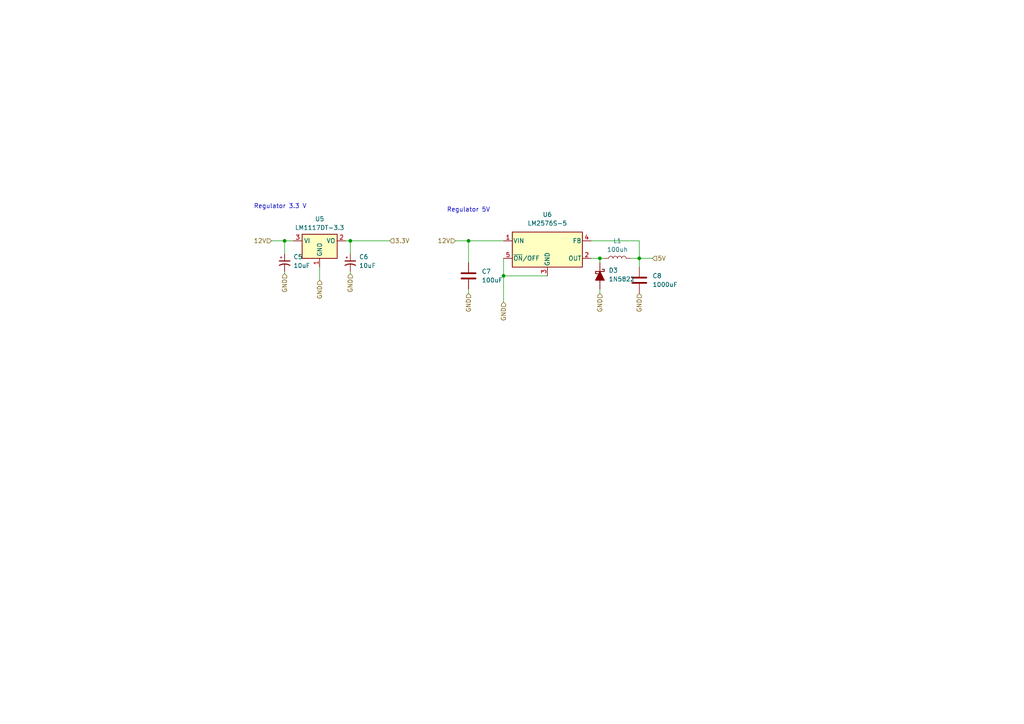
<source format=kicad_sch>
(kicad_sch (version 20231120) (generator "eeschema") (generator_version "8.0")
  (paper "A4")
  (lib_symbols
    (symbol "Device:C" (pin_numbers hide) (pin_names (offset 0.254))
      (property "Reference" "C" (at 0.635 2.54 0))
      (property "Value" "C" (at 0.635 -2.54 0))
      (symbol "C_0_1"
        (polyline (pts (xy -2.032 -0.762) (xy 2.032 -0.762)) (stroke (width 0.508)))
        (polyline (pts (xy -2.032 0.762) (xy 2.032 0.762)) (stroke (width 0.508)))
      )
      (symbol "C_1_1"
        (pin passive line (at 0 3.81 270) (length 2.794) (name "~") (number "1"))
        (pin passive line (at 0 -3.81 90) (length 2.794) (name "~") (number "2"))
      )
    )
    (symbol "Device:C_Polarized_Small_US" (pin_numbers hide) (pin_names (offset 0.254) hide)
      (property "Reference" "C" (at 0.254 1.778 0))
      (property "Value" "C_Polarized_Small_US" (at 0.254 -2.032 0))
      (symbol "C_Polarized_Small_US_0_1"
        (polyline (pts (xy -1.524 0.508) (xy 1.524 0.508)) (stroke (width 0.3048)))
        (polyline (pts (xy -1.27 1.524) (xy -0.762 1.524)))
        (polyline (pts (xy -1.016 1.27) (xy -1.016 1.778)))
        (arc (start 1.524 -0.762) (mid 0 -0.3734) (end -1.524 -0.762) (stroke (width 0.3048)))
      )
      (symbol "C_Polarized_Small_US_1_1"
        (pin passive line (at 0 2.54 270) (length 2.032) (name "~") (number "1"))
        (pin passive line (at 0 -2.54 90) (length 2.032) (name "~") (number "2"))
      )
    )
    (symbol "Device:D_Schottky_Filled" (pin_numbers hide) (pin_names (offset 1.016) hide)
      (property "Reference" "D" (at 0 2.54 0))
      (property "Value" "D_Schottky_Filled" (at 0 -2.54 0))
      (symbol "D_Schottky_Filled_0_1"
        (polyline (pts (xy 1.27 0) (xy -1.27 0)))
        (polyline (pts (xy 1.27 1.27) (xy 1.27 -1.27) (xy -1.27 0) (xy 1.27 1.27)) (stroke (width 0.254)) (fill (type outline)))
        (polyline (pts (xy -1.905 0.635) (xy -1.905 1.27) (xy -1.27 1.27) (xy -1.27 -1.27) (xy -0.635 -1.27) (xy -0.635 -0.635)) (stroke (width 0.254)))
      )
      (symbol "D_Schottky_Filled_1_1"
        (pin passive line (at -3.81 0 0) (length 2.54) (name "K") (number "1"))
        (pin passive line (at 3.81 0 180) (length 2.54) (name "A") (number "2"))
      )
    )
    (symbol "Device:L" (pin_numbers hide) (pin_names (offset 1.016) hide)
      (property "Reference" "L" (at -1.27 0 90))
      (property "Value" "L" (at 1.905 0 90))
      (symbol "L_0_1"
        (arc (start 0 -2.54) (mid 0.6323 -1.905) (end 0 -1.27))
        (arc (start 0 -1.27) (mid 0.6323 -0.635) (end 0 0))
        (arc (start 0 0) (mid 0.6323 0.635) (end 0 1.27))
        (arc (start 0 1.27) (mid 0.6323 1.905) (end 0 2.54))
      )
      (symbol "L_1_1"
        (pin passive line (at 0 3.81 270) (length 1.27) (name "1") (number "1"))
        (pin passive line (at 0 -3.81 90) (length 1.27) (name "2") (number "2"))
      )
    )
    (symbol "Regulator_Linear:LM1117DT-3.3"
      (property "Reference" "U" (at -3.81 3.175 0))
      (property "Value" "LM1117DT-3.3" (at 0 3.175 0))
      (symbol "LM1117DT-3.3_0_1"
        (rectangle (start -5.08 -5.08) (end 5.08 1.905) (stroke (width 0.254)) (fill (type background)))
      )
      (symbol "LM1117DT-3.3_1_1"
        (pin power_in line (at 0 -7.62 90) (length 2.54) (name "GND") (number "1"))
        (pin power_out line (at 7.62 0 180) (length 2.54) (name "VO") (number "2"))
        (pin power_in line (at -7.62 0 0) (length 2.54) (name "VI") (number "3"))
      )
    )
    (symbol "Regulator_Switching:LM2576S-5" (pin_names (offset 0.254))
      (property "Reference" "U" (at -10.16 6.35 0))
      (property "Value" "LM2576S-5" (at 0 6.35 0))
      (symbol "LM2576S-5_0_1"
        (rectangle (start -10.16 5.08) (end 10.16 -5.08) (stroke (width 0.254)) (fill (type background)))
      )
      (symbol "LM2576S-5_1_1"
        (pin power_in line (at -12.7 2.54 0) (length 2.54) (name "VIN") (number "1"))
        (pin output line (at 12.7 -2.54 180) (length 2.54) (name "OUT") (number "2"))
        (pin power_in line (at 0 -7.62 90) (length 2.54) (name "GND") (number "3"))
        (pin input line (at 12.7 2.54 180) (length 2.54) (name "FB") (number "4"))
        (pin input line (at -12.7 -2.54 0) (length 2.54) (name "~{ON}/OFF") (number "5"))
      )
    )
  )
  (junction (at 135.89 69.85))
  (junction (at 173.99 74.93))
  (junction (at 185.42 74.93))
  (junction (at 101.6 69.85))
  (junction (at 146.05 80.01))
  (junction (at 82.55 69.85))
  (wire (pts (xy 135.89 69.85) (xy 146.05 69.85)))
  (wire (pts (xy 182.88 74.93) (xy 185.42 74.93)))
  (wire (pts (xy 101.6 69.85) (xy 113.03 69.85)))
  (wire (pts (xy 135.89 69.85) (xy 135.89 76.2)))
  (wire (pts (xy 82.55 69.85) (xy 82.55 73.66)))
  (wire (pts (xy 101.6 78.74) (xy 101.6 79.375)))
  (wire (pts (xy 101.6 69.85) (xy 101.6 73.66)))
  (wire (pts (xy 135.89 83.82) (xy 135.89 85.09)))
  (wire (pts (xy 146.05 80.01) (xy 158.75 80.01)))
  (wire (pts (xy 171.45 74.93) (xy 173.99 74.93)))
  (wire (pts (xy 82.55 78.74) (xy 82.55 79.375)))
  (wire (pts (xy 173.99 74.93) (xy 175.26 74.93)))
  (wire (pts (xy 78.74 69.85) (xy 82.55 69.85)))
  (wire (pts (xy 171.45 69.85) (xy 185.42 69.85)))
  (wire (pts (xy 185.42 69.85) (xy 185.42 74.93)))
  (wire (pts (xy 100.33 69.85) (xy 101.6 69.85)))
  (wire (pts (xy 173.99 83.82) (xy 173.99 85.09)))
  (wire (pts (xy 173.99 74.93) (xy 173.99 76.2)))
  (wire (pts (xy 146.05 80.01) (xy 146.05 87.63)))
  (wire (pts (xy 185.42 74.93) (xy 185.42 77.47)))
  (wire (pts (xy 92.71 77.47) (xy 92.71 81.28)))
  (wire (pts (xy 146.05 74.93) (xy 146.05 80.01)))
  (wire (pts (xy 185.42 74.93) (xy 189.23 74.93)))
  (wire (pts (xy 132.08 69.85) (xy 135.89 69.85)))
  (wire (pts (xy 82.55 69.85) (xy 85.09 69.85)))
  (text "Regulator 5V" (at 135.89 60.96 0) (effects (font (size 1.27 1.27))))
  (text "Regulator 3.3 V" (at 81.28 59.944 0) (effects (font (size 1.27 1.27))))
  (hierarchical_label "12V" (shape input) (at 132.08 69.85 180))
  (hierarchical_label "GND" (shape input) (at 101.6 79.375 270))
  (hierarchical_label "3.3V" (shape input) (at 113.03 69.85 0))
  (hierarchical_label "GND" (shape input) (at 135.89 85.09 270))
  (hierarchical_label "GND" (shape input) (at 82.55 79.375 270))
  (hierarchical_label "GND" (shape input) (at 185.42 85.09 270))
  (hierarchical_label "12V" (shape input) (at 78.74 69.85 180))
  (hierarchical_label "5V" (shape input) (at 189.23 74.93 0))
  (hierarchical_label "GND" (shape input) (at 92.71 81.28 270))
  (hierarchical_label "GND" (shape input) (at 173.99 85.09 270))
  (hierarchical_label "GND" (shape input) (at 146.05 87.63 270))
  (symbol (lib_id "Device:L") (at 179.07 74.93 90) (unit 1)
    (property "Reference" "L1" (at 179.07 69.85 90))
    (property "Value" "100uh" (at 179.07 72.39 90))
    (property "Footprint" "Inductor_SMD:L_6.3x6.3_H3" (effects (hide yes)))
    (property "Description" "Inductor" (effects (hide yes)))
  )
  (symbol (lib_id "Device:C_Polarized_Small_US") (at 82.55 76.2 0) (unit 1)
    (property "Reference" "C5" (at 85.09 74.4981 0) (effects (justify left)))
    (property "Value" "10uF" (at 85.09 77.0381 0) (effects (justify left)))
    (property "Footprint" "Capacitor_SMD:CP_Elec_3x5.3" (effects (hide yes)))
    (property "Description" "Polarized capacitor, small US symbol" (effects (hide yes)))
  )
  (symbol (lib_id "Regulator_Switching:LM2576S-5") (at 158.75 72.39 0) (unit 1)
    (property "Reference" "U6" (at 158.75 62.23 0))
    (property "Value" "LM2576S-5" (at 158.75 64.77 0))
    (property "Footprint" "Package_TO_SOT_SMD:TO-263-5_TabPin3" (effects (hide yes)))
    (property "Datasheet" "http://www.ti.com/lit/ds/symlink/lm2576.pdf" (effects (hide yes)))
    (property "Description" "5V, 3A SIMPLE SWITCHER® Step-Down Voltage Regulator, TO-263" (effects (hide yes)))
  )
  (symbol (lib_id "Device:D_Schottky_Filled") (at 173.99 80.01 270) (unit 1)
    (property "Reference" "D3" (at 176.53 78.4224 90) (effects (justify left)))
    (property "Value" "1N5822" (at 176.53 80.9624 90) (effects (justify left)))
    (property "Footprint" "Diode_SMD:D_0201_0603Metric" (effects (hide yes)))
    (property "Description" "Schottky diode, filled shape" (effects (hide yes)))
  )
  (symbol (lib_id "Device:C_Polarized_Small_US") (at 101.6 76.2 0) (unit 1)
    (property "Reference" "C6" (at 104.14 74.4981 0) (effects (justify left)))
    (property "Value" "10uF" (at 104.14 77.0381 0) (effects (justify left)))
    (property "Footprint" "Capacitor_SMD:CP_Elec_3x5.3" (effects (hide yes)))
    (property "Description" "Polarized capacitor, small US symbol" (effects (hide yes)))
  )
  (symbol (lib_id "Regulator_Linear:LM1117DT-3.3") (at 92.71 69.85 0) (unit 1)
    (property "Reference" "U5" (at 92.71 63.5 0))
    (property "Value" "LM1117DT-3.3" (at 92.71 66.04 0))
    (property "Footprint" "Package_TO_SOT_SMD:TO-252-2" (effects (hide yes)))
    (property "Datasheet" "http://www.ti.com/lit/ds/symlink/lm1117.pdf" (effects (hide yes)))
    (property "Description" "800mA Low-Dropout Linear Regulator, 3.3V fixed output, TO-252" (effects (hide yes)))
  )
  (symbol (lib_id "Device:C") (at 135.89 80.01 0) (unit 1)
    (property "Reference" "C7" (at 139.7 78.7399 0) (effects (justify left)))
    (property "Value" "100uF" (at 139.7 81.2799 0) (effects (justify left)))
    (property "Footprint" "Capacitor_SMD:C_Elec_3x5.4" (effects (hide yes)))
    (property "Description" "Unpolarized capacitor" (effects (hide yes)))
  )
  (symbol (lib_id "Device:C") (at 185.42 81.28 0) (unit 1)
    (property "Reference" "C8" (at 189.23 80.0099 0) (effects (justify left)))
    (property "Value" "1000uF" (at 189.23 82.5499 0) (effects (justify left)))
    (property "Footprint" "Capacitor_SMD:CP_Elec_3x5.3" (effects (hide yes)))
    (property "Description" "Unpolarized capacitor" (effects (hide yes)))
  )
)
</source>
